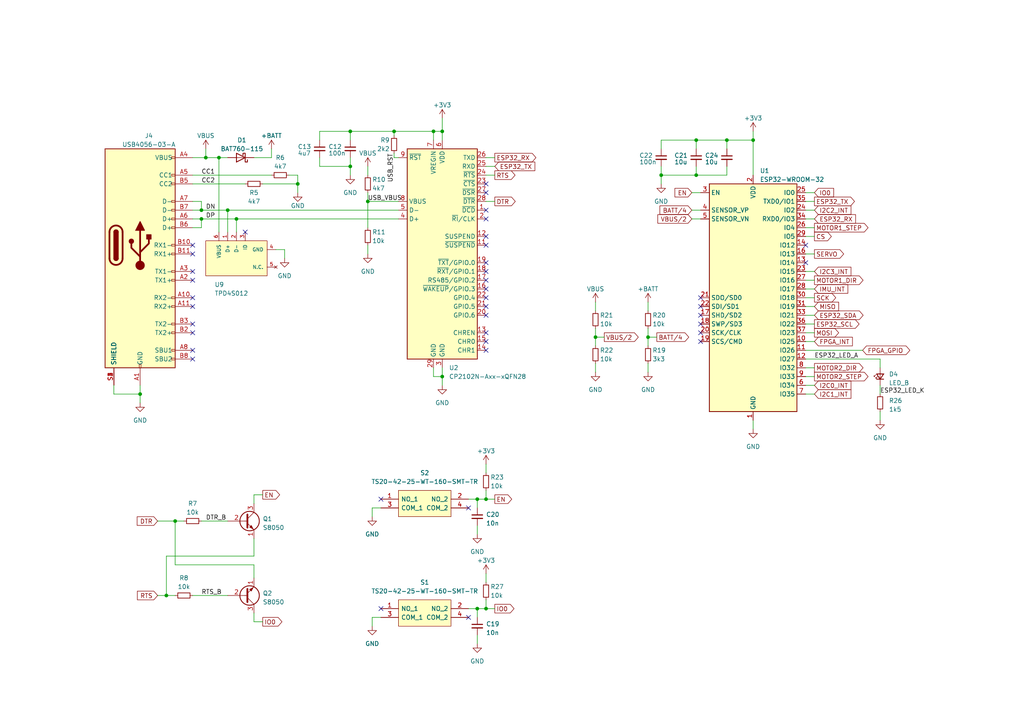
<source format=kicad_sch>
(kicad_sch (version 20230121) (generator eeschema)
  (paper "A4")
  (lib_symbols
    (symbol "Device:C_Small" (pin_numbers hide) (pin_names (offset 0.254) hide)
      (property "Reference" "C" (at 0.254 1.778 0))
      (property "Value" "C_Small" (at 0.254 -2.032 0))
      (symbol "C_Small_1_1"
        (pin passive line (at 0 2.54 270) (length 2.032) (name "~") (number "1"))
        (pin passive line (at 0 -2.54 90) (length 2.032) (name "~") (number "2"))
      )
    )
    (symbol "Device:D_Schottky" (pin_numbers hide) (pin_names (offset 1.016) hide)
      (property "Reference" "D" (at 0 2.54 0))
      (property "Value" "D_Schottky" (at 0 -2.54 0))
      (symbol "D_Schottky_1_1"
        (pin passive line (at -3.81 0 0) (length 2.54) (name "K") (number "1"))
        (pin passive line (at 3.81 0 180) (length 2.54) (name "A") (number "2"))
      )
    )
    (symbol "Device:LED_Small" (pin_numbers hide) (pin_names (offset 0.254) hide)
      (property "Reference" "D" (at -1.27 3.175 0))
      (property "Value" "LED_Small" (at -4.445 -2.54 0))
      (symbol "LED_Small_1_1"
        (pin passive line (at -2.54 0 0) (length 1.778) (name "K") (number "1"))
        (pin passive line (at 2.54 0 180) (length 1.778) (name "A") (number "2"))
      )
    )
    (symbol "Device:R_Small" (pin_numbers hide) (pin_names (offset 0.254) hide)
      (property "Reference" "R" (at 0.762 0.508 0))
      (property "Value" "R_Small" (at 0.762 -1.016 0))
      (symbol "R_Small_1_1"
        (pin passive line (at 0 2.54 270) (length 0.762) (name "~") (number "1"))
        (pin passive line (at 0 -2.54 90) (length 0.762) (name "~") (number "2"))
      )
    )
    (symbol "Interface_USB:CP2102N-Axx-xQFN28"
      (property "Reference" "U2" (at 1.9559 -33.02 0))
      (property "Value" "CP2102N-Axx-xQFN28" (at 1.9559 -35.56 0))
      (symbol "CP2102N-Axx-xQFN28_1_1"
        (pin input line (at 12.7 12.7 180) (length 2.54) (name "~{DCD}") (number "1"))
        (pin no_connect line (at -10.16 -27.94 0) (length 2.54) hide (name "NC") (number "10"))
        (pin output line (at 12.7 2.54 180) (length 2.54) (name "~{SUSPEND}") (number "11"))
        (pin output line (at 12.7 5.08 180) (length 2.54) (name "SUSPEND") (number "12"))
        (pin output line (at 12.7 -22.86 180) (length 2.54) (name "CHREN") (number "13"))
        (pin output line (at 12.7 -27.94 180) (length 2.54) (name "CHR1") (number "14"))
        (pin output line (at 12.7 -25.4 180) (length 2.54) (name "CHR0") (number "15"))
        (pin bidirectional line (at 12.7 -10.16 180) (length 2.54) (name "~{WAKEUP}/GPIO.3") (number "16"))
        (pin bidirectional line (at 12.7 -7.62 180) (length 2.54) (name "RS485/GPIO.2") (number "17"))
        (pin bidirectional line (at 12.7 -5.08 180) (length 2.54) (name "~{RXT}/GPIO.1") (number "18"))
        (pin bidirectional line (at 12.7 -2.54 180) (length 2.54) (name "~{TXT}/GPIO.0") (number "19"))
        (pin bidirectional line (at 12.7 10.16 180) (length 2.54) (name "~{RI}/CLK") (number "2"))
        (pin bidirectional line (at 12.7 -17.78 180) (length 2.54) (name "GPIO.6") (number "20"))
        (pin bidirectional line (at 12.7 -15.24 180) (length 2.54) (name "GPIO.5") (number "21"))
        (pin bidirectional line (at 12.7 -12.7 180) (length 2.54) (name "GPIO.4") (number "22"))
        (pin input line (at 12.7 20.32 180) (length 2.54) (name "~{CTS}") (number "23"))
        (pin output line (at 12.7 22.86 180) (length 2.54) (name "~{RTS}") (number "24"))
        (pin input line (at 12.7 25.4 180) (length 2.54) (name "RXD") (number "25"))
        (pin output line (at 12.7 27.94 180) (length 2.54) (name "TXD") (number "26"))
        (pin input line (at 12.7 17.78 180) (length 2.54) (name "~{DSR}") (number "27"))
        (pin output line (at 12.7 15.24 180) (length 2.54) (name "~{DTR}") (number "28"))
        (pin passive line (at -2.54 -33.02 90) (length 2.54) (name "GND") (number "29"))
        (pin power_in line (at 0 -33.02 90) (length 2.54) (name "GND") (number "3"))
        (pin bidirectional line (at -12.7 10.16 0) (length 2.54) (name "D+") (number "4"))
        (pin bidirectional line (at -12.7 12.7 0) (length 2.54) (name "D-") (number "5"))
        (pin power_in line (at 0 33.02 270) (length 2.54) (name "VDD") (number "6"))
        (pin power_in line (at -2.54 33.02 270) (length 2.54) (name "VREGIN") (number "7"))
        (pin input line (at -12.7 15.24 0) (length 2.54) (name "VBUS") (number "8"))
        (pin input line (at -12.7 27.94 0) (length 2.54) (name "~{RST}") (number "9"))
      )
    )
    (symbol "RF_Module:ESP32-WROOM-32"
      (property "Reference" "U" (at -12.7 34.29 0))
      (property "Value" "ESP32-WROOM-32" (at 1.27 34.29 0))
      (symbol "ESP32-WROOM-32_1_1"
        (pin power_in line (at 0 -35.56 90) (length 2.54) (name "GND") (number "1"))
        (pin bidirectional line (at 15.24 -12.7 180) (length 2.54) (name "IO25") (number "10"))
        (pin bidirectional line (at 15.24 -15.24 180) (length 2.54) (name "IO26") (number "11"))
        (pin bidirectional line (at 15.24 -17.78 180) (length 2.54) (name "IO27") (number "12"))
        (pin bidirectional line (at 15.24 10.16 180) (length 2.54) (name "IO14") (number "13"))
        (pin bidirectional line (at 15.24 15.24 180) (length 2.54) (name "IO12") (number "14"))
        (pin passive line (at 0 -35.56 90) (length 2.54) hide (name "GND") (number "15"))
        (pin bidirectional line (at 15.24 12.7 180) (length 2.54) (name "IO13") (number "16"))
        (pin bidirectional line (at -15.24 -5.08 0) (length 2.54) (name "SHD/SD2") (number "17"))
        (pin bidirectional line (at -15.24 -7.62 0) (length 2.54) (name "SWP/SD3") (number "18"))
        (pin bidirectional line (at -15.24 -12.7 0) (length 2.54) (name "SCS/CMD") (number "19"))
        (pin power_in line (at 0 35.56 270) (length 2.54) (name "VDD") (number "2"))
        (pin bidirectional line (at -15.24 -10.16 0) (length 2.54) (name "SCK/CLK") (number "20"))
        (pin bidirectional line (at -15.24 0 0) (length 2.54) (name "SDO/SD0") (number "21"))
        (pin bidirectional line (at -15.24 -2.54 0) (length 2.54) (name "SDI/SD1") (number "22"))
        (pin bidirectional line (at 15.24 7.62 180) (length 2.54) (name "IO15") (number "23"))
        (pin bidirectional line (at 15.24 25.4 180) (length 2.54) (name "IO2") (number "24"))
        (pin bidirectional line (at 15.24 30.48 180) (length 2.54) (name "IO0") (number "25"))
        (pin bidirectional line (at 15.24 20.32 180) (length 2.54) (name "IO4") (number "26"))
        (pin bidirectional line (at 15.24 5.08 180) (length 2.54) (name "IO16") (number "27"))
        (pin bidirectional line (at 15.24 2.54 180) (length 2.54) (name "IO17") (number "28"))
        (pin bidirectional line (at 15.24 17.78 180) (length 2.54) (name "IO5") (number "29"))
        (pin input line (at -15.24 30.48 0) (length 2.54) (name "EN") (number "3"))
        (pin bidirectional line (at 15.24 0 180) (length 2.54) (name "IO18") (number "30"))
        (pin bidirectional line (at 15.24 -2.54 180) (length 2.54) (name "IO19") (number "31"))
        (pin no_connect line (at -12.7 -27.94 0) (length 2.54) hide (name "NC") (number "32"))
        (pin bidirectional line (at 15.24 -5.08 180) (length 2.54) (name "IO21") (number "33"))
        (pin bidirectional line (at 15.24 22.86 180) (length 2.54) (name "RXD0/IO3") (number "34"))
        (pin bidirectional line (at 15.24 27.94 180) (length 2.54) (name "TXD0/IO1") (number "35"))
        (pin bidirectional line (at 15.24 -7.62 180) (length 2.54) (name "IO22") (number "36"))
        (pin bidirectional line (at 15.24 -10.16 180) (length 2.54) (name "IO23") (number "37"))
        (pin passive line (at 0 -35.56 90) (length 2.54) hide (name "GND") (number "38"))
        (pin passive line (at 0 -35.56 90) (length 2.54) hide (name "GND") (number "39"))
        (pin input line (at -15.24 25.4 0) (length 2.54) (name "SENSOR_VP") (number "4"))
        (pin input line (at -15.24 22.86 0) (length 2.54) (name "SENSOR_VN") (number "5"))
        (pin input line (at 15.24 -25.4 180) (length 2.54) (name "IO34") (number "6"))
        (pin input line (at 15.24 -27.94 180) (length 2.54) (name "IO35") (number "7"))
        (pin bidirectional line (at 15.24 -20.32 180) (length 2.54) (name "IO32") (number "8"))
        (pin bidirectional line (at 15.24 -22.86 180) (length 2.54) (name "IO33") (number "9"))
      )
    )
    (symbol "TPD4S012:TPD4S012" (pin_names (offset 1.016))
      (property "Reference" "U" (at 1.27 -8.89 0))
      (property "Value" "TPD4S012" (at 1.27 -11.43 0))
      (symbol "TPD4S012_0_0"
        (pin bidirectional line (at -2.54 7.62 270) (length 2.54) (name "D+") (number "1"))
        (pin bidirectional line (at 0 7.62 270) (length 2.54) (name "D-") (number "2"))
        (pin bidirectional line (at 2.54 7.62 270) (length 2.54) (name "ID") (number "3"))
        (pin power_in line (at 11.43 2.54 180) (length 2.54) (name "GND") (number "4"))
        (pin no_connect line (at 11.43 -2.54 180) (length 2.54) (name "N.C.") (number "5"))
        (pin bidirectional line (at -5.08 7.62 270) (length 2.54) (name "VBUS") (number "6"))
      )
    )
    (symbol "TS20-42-25-WT-160-SMT-TR:TS20-42-25-WT-160-SMT-TR" (pin_names (offset 0.762))
      (property "Reference" "S" (at 26.67 7.62 0))
      (property "Value" "TS20-42-25-WT-160-SMT-TR" (at 26.67 5.08 0))
      (symbol "TS20-42-25-WT-160-SMT-TR_0_0"
        (pin passive line (at 5.08 0 0) (length 5.08) (name "NO_1") (number "1"))
        (pin passive line (at 30.48 0 180) (length 5.08) (name "NO_2") (number "2"))
        (pin passive line (at 5.08 -2.54 0) (length 5.08) (name "COM_1") (number "3"))
        (pin passive line (at 30.48 -2.54 180) (length 5.08) (name "COM_2") (number "4"))
      )
    )
    (symbol "Transistor_BJT:S8050" (pin_names (offset 0) hide)
      (property "Reference" "Q" (at 5.08 1.905 0))
      (property "Value" "S8050" (at 5.08 0 0))
      (symbol "S8050_1_1"
        (pin passive line (at 2.54 -5.08 90) (length 2.54) (name "E") (number "1"))
        (pin input line (at -5.08 0 0) (length 5.08) (name "B") (number "2"))
        (pin passive line (at 2.54 5.08 270) (length 2.54) (name "C") (number "3"))
      )
    )
    (symbol "USB4056-03-A:USB4056-03-A" (pin_names (offset 0.762))
      (property "Reference" "J" (at -8.89 36.195 0))
      (property "Value" "USB4056-03-A" (at -8.89 33.655 0))
      (symbol "USB4056-03-A_1_1"
        (pin passive line (at -1.27 -36.83 90) (length 5.08) (name "GND") (number "A1"))
        (pin bidirectional line (at 13.97 -11.43 180) (length 5.08) (name "RX2-") (number "A10"))
        (pin bidirectional line (at 13.97 -13.97 180) (length 5.08) (name "RX2+") (number "A11"))
        (pin passive line (at -1.27 -36.83 90) (length 5.08) hide (name "GND") (number "A12"))
        (pin bidirectional line (at 13.97 -6.35 180) (length 5.08) (name "TX1+") (number "A2"))
        (pin bidirectional line (at 13.97 -3.81 180) (length 5.08) (name "TX1-") (number "A3"))
        (pin passive line (at 13.97 29.21 180) (length 5.08) (name "VBUS") (number "A4"))
        (pin bidirectional line (at 13.97 24.13 180) (length 5.08) (name "CC1") (number "A5"))
        (pin bidirectional line (at 13.97 11.43 180) (length 5.08) (name "D+") (number "A6"))
        (pin bidirectional line (at 13.97 16.51 180) (length 5.08) (name "D-") (number "A7"))
        (pin bidirectional line (at 13.97 -26.67 180) (length 5.08) (name "SBU1") (number "A8"))
        (pin passive line (at 13.97 29.21 180) (length 5.08) hide (name "VBUS") (number "A9"))
        (pin passive line (at -1.27 -36.83 90) (length 5.08) hide (name "GND") (number "B1"))
        (pin bidirectional line (at 13.97 3.81 180) (length 5.08) (name "RX1-") (number "B10"))
        (pin bidirectional line (at 13.97 1.27 180) (length 5.08) (name "RX1+") (number "B11"))
        (pin passive line (at -1.27 -36.83 90) (length 5.08) hide (name "GND") (number "B12"))
        (pin bidirectional line (at 13.97 -21.59 180) (length 5.08) (name "TX2+") (number "B2"))
        (pin bidirectional line (at 13.97 -19.05 180) (length 5.08) (name "TX2-") (number "B3"))
        (pin passive line (at 13.97 29.21 180) (length 5.08) hide (name "VBUS") (number "B4"))
        (pin bidirectional line (at 13.97 21.59 180) (length 5.08) (name "CC2") (number "B5"))
        (pin bidirectional line (at 13.97 8.89 180) (length 5.08) (name "D+") (number "B6"))
        (pin bidirectional line (at 13.97 13.97 180) (length 5.08) (name "D-") (number "B7"))
        (pin bidirectional line (at 13.97 -29.21 180) (length 5.08) (name "SBU2") (number "B8"))
        (pin passive line (at 13.97 29.21 180) (length 5.08) hide (name "VBUS") (number "B9"))
        (pin passive line (at -8.89 -36.83 90) (length 5.08) (name "SHIELD") (number "S1"))
        (pin passive line (at -8.89 -36.83 90) (length 5.08) (name "SHIELD") (number "S2"))
        (pin passive line (at -8.89 -36.83 90) (length 5.08) (name "SHIELD") (number "S3"))
        (pin passive line (at -8.89 -36.83 90) (length 5.08) (name "SHIELD") (number "S4"))
      )
    )
    (symbol "power:+3V3" (power) (pin_names (offset 0))
      (property "Value" "+3V3" (at 0 3.556 0))
      (symbol "+3V3_1_1"
        (pin power_in line (at 0 0 90) (length 0) hide (name "+3V3") (number "1"))
      )
    )
    (symbol "power:+BATT" (power) (pin_names (offset 0))
      (property "Value" "+BATT" (at 0 3.556 0))
      (symbol "+BATT_1_1"
        (pin power_in line (at 0 0 90) (length 0) hide (name "+BATT") (number "1"))
      )
    )
    (symbol "power:GND" (power) (pin_names (offset 0))
      (property "Value" "GND" (at 0 -3.81 0))
      (symbol "GND_1_1"
        (pin power_in line (at 0 0 270) (length 0) hide (name "GND") (number "1"))
      )
    )
    (symbol "power:VBUS" (power) (pin_names (offset 0))
      (property "Value" "VBUS" (at 0 3.81 0))
      (symbol "VBUS_1_1"
        (pin power_in line (at 0 0 90) (length 0) hide (name "VBUS") (number "1"))
      )
    )
  )
  (junction (at 125.73 38.1))
  (junction (at 140.97 144.78))
  (junction (at 86.36 53.34))
  (junction (at 201.93 40.64))
  (junction (at 58.42 60.96))
  (junction (at 63.5 45.72))
  (junction (at 191.77 50.8))
  (junction (at 128.27 38.1))
  (junction (at 218.44 40.64))
  (junction (at 101.6 38.1))
  (junction (at 50.8 151.13))
  (junction (at 68.58 63.5))
  (junction (at 106.68 58.42))
  (junction (at 114.3 38.1))
  (junction (at 40.64 114.3))
  (junction (at 128.27 109.22))
  (junction (at 58.42 63.5))
  (junction (at 138.43 144.78))
  (junction (at 187.96 97.79))
  (junction (at 172.72 97.79))
  (junction (at 48.26 172.72))
  (junction (at 101.6 48.26))
  (junction (at 66.04 60.96))
  (junction (at 59.69 45.72))
  (junction (at 140.97 176.53))
  (junction (at 138.43 176.53))
  (junction (at 210.82 40.64))
  (junction (at 201.93 50.8))
  (no_connect (at 55.88 93.98))
  (no_connect (at 140.97 78.74))
  (no_connect (at 140.97 71.12))
  (no_connect (at 233.68 71.12))
  (no_connect (at 203.2 99.06))
  (no_connect (at 140.97 60.96))
  (no_connect (at 140.97 91.44))
  (no_connect (at 55.88 104.14))
  (no_connect (at 110.49 144.78))
  (no_connect (at 140.97 63.5))
  (no_connect (at 233.68 76.2))
  (no_connect (at 55.88 96.52))
  (no_connect (at 55.88 88.9))
  (no_connect (at 55.88 101.6))
  (no_connect (at 135.89 179.07))
  (no_connect (at 55.88 78.74))
  (no_connect (at 203.2 91.44))
  (no_connect (at 203.2 93.98))
  (no_connect (at 55.88 73.66))
  (no_connect (at 55.88 86.36))
  (no_connect (at 140.97 83.82))
  (no_connect (at 203.2 86.36))
  (no_connect (at 203.2 88.9))
  (no_connect (at 140.97 76.2))
  (no_connect (at 110.49 176.53))
  (no_connect (at 140.97 96.52))
  (no_connect (at 203.2 96.52))
  (no_connect (at 140.97 81.28))
  (no_connect (at 140.97 99.06))
  (no_connect (at 140.97 53.34))
  (no_connect (at 135.89 147.32))
  (no_connect (at 140.97 68.58))
  (no_connect (at 55.88 71.12))
  (no_connect (at 71.12 67.31))
  (no_connect (at 55.88 81.28))
  (no_connect (at 140.97 55.88))
  (no_connect (at 140.97 101.6))
  (no_connect (at 140.97 86.36))
  (no_connect (at 140.97 88.9))
  (wire (pts (xy 66.04 45.72) (xy 63.5 45.72)))
  (wire (pts (xy 45.72 172.72) (xy 48.26 172.72)))
  (wire (pts (xy 114.3 45.72) (xy 115.57 45.72)))
  (wire (pts (xy 66.04 60.96) (xy 66.04 67.31)))
  (wire (pts (xy 106.68 58.42) (xy 106.68 55.88)))
  (wire (pts (xy 191.77 40.64) (xy 201.93 40.64)))
  (wire (pts (xy 210.82 40.64) (xy 218.44 40.64)))
  (wire (pts (xy 236.22 58.42) (xy 233.68 58.42)))
  (wire (pts (xy 172.72 87.63) (xy 172.72 90.17)))
  (wire (pts (xy 201.93 40.64) (xy 210.82 40.64)))
  (wire (pts (xy 191.77 50.8) (xy 191.77 53.34)))
  (wire (pts (xy 73.66 180.34) (xy 73.66 177.8)))
  (wire (pts (xy 107.95 147.32) (xy 110.49 147.32)))
  (wire (pts (xy 236.22 68.58) (xy 233.68 68.58)))
  (wire (pts (xy 200.66 60.96) (xy 203.2 60.96)))
  (wire (pts (xy 58.42 60.96) (xy 66.04 60.96)))
  (wire (pts (xy 135.89 144.78) (xy 138.43 144.78)))
  (wire (pts (xy 55.88 66.04) (xy 58.42 66.04)))
  (wire (pts (xy 201.93 48.26) (xy 201.93 50.8)))
  (wire (pts (xy 86.36 50.8) (xy 86.36 53.34)))
  (wire (pts (xy 187.96 107.95) (xy 187.96 105.41)))
  (wire (pts (xy 63.5 67.31) (xy 63.5 45.72)))
  (wire (pts (xy 236.22 109.22) (xy 233.68 109.22)))
  (wire (pts (xy 73.66 167.64) (xy 73.66 163.83)))
  (wire (pts (xy 68.58 63.5) (xy 115.57 63.5)))
  (wire (pts (xy 128.27 111.76) (xy 128.27 109.22)))
  (wire (pts (xy 107.95 179.07) (xy 110.49 179.07)))
  (wire (pts (xy 187.96 97.79) (xy 190.5 97.79)))
  (wire (pts (xy 140.97 166.37) (xy 140.97 168.91)))
  (wire (pts (xy 58.42 63.5) (xy 58.42 66.04)))
  (wire (pts (xy 140.97 176.53) (xy 143.51 176.53)))
  (wire (pts (xy 50.8 151.13) (xy 53.34 151.13)))
  (wire (pts (xy 82.55 74.93) (xy 82.55 72.39)))
  (wire (pts (xy 106.68 58.42) (xy 106.68 66.04)))
  (wire (pts (xy 187.96 87.63) (xy 187.96 90.17)))
  (wire (pts (xy 172.72 107.95) (xy 172.72 105.41)))
  (wire (pts (xy 187.96 97.79) (xy 187.96 100.33)))
  (wire (pts (xy 236.22 86.36) (xy 233.68 86.36)))
  (wire (pts (xy 78.74 45.72) (xy 73.66 45.72)))
  (wire (pts (xy 236.22 83.82) (xy 233.68 83.82)))
  (wire (pts (xy 101.6 38.1) (xy 114.3 38.1)))
  (wire (pts (xy 76.2 143.51) (xy 73.66 143.51)))
  (wire (pts (xy 172.72 97.79) (xy 172.72 100.33)))
  (wire (pts (xy 236.22 96.52) (xy 233.68 96.52)))
  (wire (pts (xy 106.68 73.66) (xy 106.68 71.12)))
  (wire (pts (xy 125.73 109.22) (xy 128.27 109.22)))
  (wire (pts (xy 59.69 45.72) (xy 59.69 43.18)))
  (wire (pts (xy 210.82 40.64) (xy 210.82 43.18)))
  (wire (pts (xy 236.22 111.76) (xy 233.68 111.76)))
  (wire (pts (xy 138.43 176.53) (xy 138.43 179.07)))
  (wire (pts (xy 58.42 63.5) (xy 68.58 63.5)))
  (wire (pts (xy 106.68 48.26) (xy 106.68 50.8)))
  (wire (pts (xy 218.44 40.64) (xy 218.44 50.8)))
  (wire (pts (xy 138.43 144.78) (xy 140.97 144.78)))
  (wire (pts (xy 50.8 151.13) (xy 50.8 163.83)))
  (wire (pts (xy 128.27 38.1) (xy 128.27 40.64)))
  (wire (pts (xy 140.97 173.99) (xy 140.97 176.53)))
  (wire (pts (xy 73.66 156.21) (xy 73.66 161.29)))
  (wire (pts (xy 40.64 114.3) (xy 33.02 114.3)))
  (wire (pts (xy 125.73 40.64) (xy 125.73 38.1)))
  (wire (pts (xy 135.89 176.53) (xy 138.43 176.53)))
  (wire (pts (xy 125.73 38.1) (xy 114.3 38.1)))
  (wire (pts (xy 107.95 181.61) (xy 107.95 179.07)))
  (wire (pts (xy 80.01 72.39) (xy 82.55 72.39)))
  (wire (pts (xy 76.2 180.34) (xy 73.66 180.34)))
  (wire (pts (xy 48.26 172.72) (xy 50.8 172.72)))
  (wire (pts (xy 200.66 55.88) (xy 203.2 55.88)))
  (wire (pts (xy 73.66 143.51) (xy 73.66 146.05)))
  (wire (pts (xy 218.44 38.1) (xy 218.44 40.64)))
  (wire (pts (xy 138.43 152.4) (xy 138.43 154.94)))
  (wire (pts (xy 40.64 116.84) (xy 40.64 114.3)))
  (wire (pts (xy 236.22 114.3) (xy 233.68 114.3)))
  (wire (pts (xy 138.43 176.53) (xy 140.97 176.53)))
  (wire (pts (xy 143.51 48.26) (xy 140.97 48.26)))
  (wire (pts (xy 92.71 48.26) (xy 101.6 48.26)))
  (wire (pts (xy 73.66 163.83) (xy 50.8 163.83)))
  (wire (pts (xy 236.22 78.74) (xy 233.68 78.74)))
  (wire (pts (xy 55.88 58.42) (xy 58.42 58.42)))
  (wire (pts (xy 236.22 88.9) (xy 233.68 88.9)))
  (wire (pts (xy 125.73 38.1) (xy 128.27 38.1)))
  (wire (pts (xy 58.42 151.13) (xy 66.04 151.13)))
  (wire (pts (xy 236.22 63.5) (xy 233.68 63.5)))
  (wire (pts (xy 233.68 101.6) (xy 250.19 101.6)))
  (wire (pts (xy 191.77 43.18) (xy 191.77 40.64)))
  (wire (pts (xy 48.26 161.29) (xy 48.26 172.72)))
  (wire (pts (xy 33.02 114.3) (xy 33.02 111.76)))
  (wire (pts (xy 140.97 142.24) (xy 140.97 144.78)))
  (wire (pts (xy 218.44 124.46) (xy 218.44 121.92)))
  (wire (pts (xy 255.27 106.68) (xy 255.27 104.14)))
  (wire (pts (xy 101.6 48.26) (xy 101.6 45.72)))
  (wire (pts (xy 210.82 50.8) (xy 210.82 48.26)))
  (wire (pts (xy 45.72 151.13) (xy 50.8 151.13)))
  (wire (pts (xy 191.77 48.26) (xy 191.77 50.8)))
  (wire (pts (xy 73.66 161.29) (xy 48.26 161.29)))
  (wire (pts (xy 101.6 50.8) (xy 101.6 48.26)))
  (wire (pts (xy 114.3 44.45) (xy 114.3 45.72)))
  (wire (pts (xy 200.66 63.5) (xy 203.2 63.5)))
  (wire (pts (xy 78.74 43.18) (xy 78.74 45.72)))
  (wire (pts (xy 107.95 149.86) (xy 107.95 147.32)))
  (wire (pts (xy 143.51 45.72) (xy 140.97 45.72)))
  (wire (pts (xy 236.22 55.88) (xy 233.68 55.88)))
  (wire (pts (xy 236.22 60.96) (xy 233.68 60.96)))
  (wire (pts (xy 55.88 63.5) (xy 58.42 63.5)))
  (wire (pts (xy 66.04 60.96) (xy 115.57 60.96)))
  (wire (pts (xy 59.69 45.72) (xy 63.5 45.72)))
  (wire (pts (xy 201.93 50.8) (xy 191.77 50.8)))
  (wire (pts (xy 236.22 66.04) (xy 233.68 66.04)))
  (wire (pts (xy 138.43 184.15) (xy 138.43 186.69)))
  (wire (pts (xy 114.3 38.1) (xy 114.3 39.37)))
  (wire (pts (xy 236.22 73.66) (xy 233.68 73.66)))
  (wire (pts (xy 92.71 40.64) (xy 92.71 38.1)))
  (wire (pts (xy 201.93 50.8) (xy 210.82 50.8)))
  (wire (pts (xy 187.96 95.25) (xy 187.96 97.79)))
  (wire (pts (xy 140.97 144.78) (xy 143.51 144.78)))
  (wire (pts (xy 143.51 50.8) (xy 140.97 50.8)))
  (wire (pts (xy 55.88 50.8) (xy 78.74 50.8)))
  (wire (pts (xy 68.58 63.5) (xy 68.58 67.31)))
  (wire (pts (xy 101.6 38.1) (xy 101.6 40.64)))
  (wire (pts (xy 236.22 93.98) (xy 233.68 93.98)))
  (wire (pts (xy 255.27 121.92) (xy 255.27 119.38)))
  (wire (pts (xy 138.43 144.78) (xy 138.43 147.32)))
  (wire (pts (xy 92.71 38.1) (xy 101.6 38.1)))
  (wire (pts (xy 128.27 34.29) (xy 128.27 38.1)))
  (wire (pts (xy 172.72 95.25) (xy 172.72 97.79)))
  (wire (pts (xy 128.27 106.68) (xy 128.27 109.22)))
  (wire (pts (xy 125.73 106.68) (xy 125.73 109.22)))
  (wire (pts (xy 58.42 58.42) (xy 58.42 60.96)))
  (wire (pts (xy 236.22 106.68) (xy 233.68 106.68)))
  (wire (pts (xy 55.88 53.34) (xy 71.12 53.34)))
  (wire (pts (xy 106.68 58.42) (xy 115.57 58.42)))
  (wire (pts (xy 86.36 55.88) (xy 86.36 53.34)))
  (wire (pts (xy 55.88 45.72) (xy 59.69 45.72)))
  (wire (pts (xy 140.97 134.62) (xy 140.97 137.16)))
  (wire (pts (xy 201.93 43.18) (xy 201.93 40.64)))
  (wire (pts (xy 92.71 45.72) (xy 92.71 48.26)))
  (wire (pts (xy 143.51 58.42) (xy 140.97 58.42)))
  (wire (pts (xy 255.27 111.76) (xy 255.27 114.3)))
  (wire (pts (xy 55.88 172.72) (xy 66.04 172.72)))
  (wire (pts (xy 172.72 97.79) (xy 175.26 97.79)))
  (wire (pts (xy 83.82 50.8) (xy 86.36 50.8)))
  (wire (pts (xy 236.22 81.28) (xy 233.68 81.28)))
  (wire (pts (xy 55.88 60.96) (xy 58.42 60.96)))
  (wire (pts (xy 255.27 104.14) (xy 233.68 104.14)))
  (wire (pts (xy 236.22 91.44) (xy 233.68 91.44)))
  (wire (pts (xy 86.36 53.34) (xy 76.2 53.34)))
  (wire (pts (xy 40.64 111.76) (xy 40.64 114.3)))
  (wire (pts (xy 233.68 99.06) (xy 236.22 99.06)))
  (label "DN" (at 59.69 60.96 0))
  (label "CC2" (at 58.42 53.34 0))
  (label "DTR_B" (at 59.69 151.13 0))
  (label "ESP32_LED_A" (at 236.22 104.14 0))
  (label "ESP32_LED_K" (at 255.27 114.3 0))
  (label "RTS_B" (at 58.42 172.72 0))
  (label "USB_RST" (at 114.3 44.45 270))
  (label "CC1" (at 58.42 50.8 0))
  (label "USB_VBUS" (at 106.68 58.42 0))
  (label "DP" (at 59.69 63.5 0))
  (global_label "IMU_INT" (shape input) (at 236.22 83.82 0) (property "Intersheetrefs" "${INTERSHEET_REFS}" (effects hide)))
  (global_label "IO0" (shape output) (at 143.51 176.53 0) (property "Intersheetrefs" "${INTERSHEET_REFS}" (effects hide)))
  (global_label "I2C2_INT" (shape input) (at 236.22 60.96 0) (property "Intersheetrefs" "${INTERSHEET_REFS}" (effects hide)))
  (global_label "FPGA_INT" (shape input) (at 236.22 99.06 0) (property "Intersheetrefs" "${INTERSHEET_REFS}" (effects hide)))
  (global_label "ESP32_TX" (shape input) (at 143.51 48.26 0) (property "Intersheetrefs" "${INTERSHEET_REFS}" (effects hide)))
  (global_label "MISO" (shape input) (at 236.22 88.9 0) (property "Intersheetrefs" "${INTERSHEET_REFS}" (effects hide)))
  (global_label "SERVO" (shape output) (at 236.22 73.66 0) (property "Intersheetrefs" "${INTERSHEET_REFS}" (effects hide)))
  (global_label "MOTOR1_DIR" (shape output) (at 236.22 81.28 0) (property "Intersheetrefs" "${INTERSHEET_REFS}" (effects hide)))
  (global_label "EN" (shape input) (at 200.66 55.88 180) (property "Intersheetrefs" "${INTERSHEET_REFS}" (effects hide)))
  (global_label "VBUS{slash}2" (shape output) (at 175.26 97.79 0) (property "Intersheetrefs" "${INTERSHEET_REFS}" (effects hide)))
  (global_label "ESP32_RX" (shape input) (at 236.22 63.5 0) (property "Intersheetrefs" "${INTERSHEET_REFS}" (effects hide)))
  (global_label "ESP32_RX" (shape output) (at 143.51 45.72 0) (property "Intersheetrefs" "${INTERSHEET_REFS}" (effects hide)))
  (global_label "ESP32_SDA" (shape bidirectional) (at 236.22 91.44 0) (property "Intersheetrefs" "${INTERSHEET_REFS}" (effects hide)))
  (global_label "I2C3_INT" (shape input) (at 236.22 78.74 0) (property "Intersheetrefs" "${INTERSHEET_REFS}" (effects hide)))
  (global_label "IO0" (shape output) (at 76.2 180.34 0) (property "Intersheetrefs" "${INTERSHEET_REFS}" (effects hide)))
  (global_label "VBUS{slash}2" (shape input) (at 200.66 63.5 180) (property "Intersheetrefs" "${INTERSHEET_REFS}" (effects hide)))
  (global_label "I2C0_INT" (shape input) (at 236.22 111.76 0) (property "Intersheetrefs" "${INTERSHEET_REFS}" (effects hide)))
  (global_label "EN" (shape output) (at 143.51 144.78 0) (property "Intersheetrefs" "${INTERSHEET_REFS}" (effects hide)))
  (global_label "EN" (shape output) (at 76.2 143.51 0) (property "Intersheetrefs" "${INTERSHEET_REFS}" (effects hide)))
  (global_label "MOTOR2_DIR" (shape output) (at 236.22 106.68 0) (property "Intersheetrefs" "${INTERSHEET_REFS}" (effects hide)))
  (global_label "FPGA_GPIO" (shape bidirectional) (at 250.19 101.6 0) (property "Intersheetrefs" "${INTERSHEET_REFS}" (effects hide)))
  (global_label "BATT{slash}4" (shape input) (at 200.66 60.96 180) (property "Intersheetrefs" "${INTERSHEET_REFS}" (effects hide)))
  (global_label "SCK" (shape output) (at 236.22 86.36 0) (property "Intersheetrefs" "${INTERSHEET_REFS}" (effects hide)))
  (global_label "IO0" (shape input) (at 236.22 55.88 0) (property "Intersheetrefs" "${INTERSHEET_REFS}" (effects hide)))
  (global_label "DTR" (shape output) (at 143.51 58.42 0) (property "Intersheetrefs" "${INTERSHEET_REFS}" (effects hide)))
  (global_label "MOTOR1_STEP" (shape output) (at 236.22 66.04 0) (property "Intersheetrefs" "${INTERSHEET_REFS}" (effects hide)))
  (global_label "I2C1_INT" (shape input) (at 236.22 114.3 0) (property "Intersheetrefs" "${INTERSHEET_REFS}" (effects hide)))
  (global_label "BATT{slash}4" (shape output) (at 190.5 97.79 0) (property "Intersheetrefs" "${INTERSHEET_REFS}" (effects hide)))
  (global_label "CS" (shape output) (at 236.22 68.58 0) (property "Intersheetrefs" "${INTERSHEET_REFS}" (effects hide)))
  (global_label "DTR" (shape input) (at 45.72 151.13 180) (property "Intersheetrefs" "${INTERSHEET_REFS}" (effects hide)))
  (global_label "MOTOR2_STEP" (shape output) (at 236.22 109.22 0) (property "Intersheetrefs" "${INTERSHEET_REFS}" (effects hide)))
  (global_label "ESP32_TX" (shape output) (at 236.22 58.42 0) (property "Intersheetrefs" "${INTERSHEET_REFS}" (effects hide)))
  (global_label "MOSI" (shape output) (at 236.22 96.52 0) (property "Intersheetrefs" "${INTERSHEET_REFS}" (effects hide)))
  (global_label "RTS" (shape input) (at 45.72 172.72 180) (property "Intersheetrefs" "${INTERSHEET_REFS}" (effects hide)))
  (global_label "RTS" (shape output) (at 143.51 50.8 0) (property "Intersheetrefs" "${INTERSHEET_REFS}" (effects hide)))
  (global_label "ESP32_SCL" (shape output) (at 236.22 93.98 0) (property "Intersheetrefs" "${INTERSHEET_REFS}" (effects hide)))
  (symbol (lib_id "Device:D_Schottky") (at 69.85 45.72 180) (unit 1)
    (property "Reference" "D1" (at 70.1675 40.64 0))
    (property "Value" "BAT760-115" (at 70.1675 43.18 0))
    (property "Footprint" "Diode_SMD:D_SOD-323" (effects hide))
    (instances (project "DE10-lite_shield" (path "" (reference "D1") (unit 1)) (path "" (reference "D1") (unit 1)) (path "" (reference "D6") (unit 1)) (path "" (reference "D1") (unit 1))))
  )
  (symbol (lib_id "power:VBUS") (at 172.72 87.63 0) (unit 1)
    (property "Reference" "#PWR063" (effects hide))
    (property "Value" "VBUS" (at 172.72 83.82 0))
    (instances (project "DE10-lite_shield" (path "" (reference "#PWR063") (unit 1)) (path "" (reference "#PWR02") (unit 1)) (path "" (reference "#PWR090") (unit 1)) (path "" (reference "#PWR075") (unit 1))))
  )
  (symbol (lib_id "Device:R_Small") (at 106.68 68.58 0) (mirror y) (unit 1)
    (property "Reference" "R11" (at 107.95 67.31 0) (effects (justify right)))
    (property "Value" "10k" (at 107.95 69.85 0) (effects (justify right)))
    (property "Footprint" "Resistor_SMD:R_0402_1005Metric" (effects hide))
    (instances (project "DE10-lite_shield" (path "" (reference "R11") (unit 1)) (path "" (reference "R10") (unit 1)) (path "" (reference "R34") (unit 1)) (path "" (reference "R16") (unit 1))))
  )
  (symbol (lib_id "Device:C_Small") (at 138.43 149.86 0) (unit 1)
    (property "Reference" "C20" (at 140.97 149.2313 0) (effects (justify left)))
    (property "Value" "10n" (at 140.97 151.7713 0) (effects (justify left)))
    (property "Footprint" "Capacitor_SMD:C_0402_1005Metric" (effects hide))
    (instances (project "DE10-lite_shield" (path "" (reference "C20") (unit 1)) (path "" (reference "C14") (unit 1))) (project "ViRG0_PCB" (path "" (reference "C4") (unit 1))))
  )
  (symbol (lib_id "power:GND") (at 138.43 186.69 0) (unit 1)
    (property "Reference" "#PWR054" (effects hide))
    (property "Value" "GND" (at 138.43 191.77 0))
    (instances (project "DE10-lite_shield" (path "" (reference "#PWR054") (unit 1)) (path "" (reference "#PWR048") (unit 1))) (project "ViRG0_PCB" (path "" (reference "#PWR011") (unit 1))))
  )
  (symbol (lib_id "power:GND") (at 101.6 50.8 0) (unit 1)
    (property "Reference" "#PWR043" (effects hide))
    (property "Value" "GND" (at 101.6 55.88 0))
    (instances (project "DE10-lite_shield" (path "" (reference "#PWR043") (unit 1)) (path "" (reference "#PWR040") (unit 1)) (path "" (reference "#PWR085") (unit 1)) (path "" (reference "#PWR047") (unit 1))))
  )
  (symbol (lib_id "Device:R_Small") (at 106.68 53.34 0) (mirror y) (unit 1)
    (property "Reference" "R10" (at 107.95 52.07 0) (effects (justify right)))
    (property "Value" "4k7" (at 107.95 54.61 0) (effects (justify right)))
    (property "Footprint" "Resistor_SMD:R_0402_1005Metric" (effects hide))
    (instances (project "DE10-lite_shield" (path "" (reference "R10") (unit 1)) (path "" (reference "R9") (unit 1)) (path "" (reference "R33") (unit 1)) (path "" (reference "R15") (unit 1))))
  )
  (symbol (lib_id "Device:R_Small") (at 255.27 116.84 0) (unit 1)
    (property "Reference" "R26" (at 257.81 116.205 0) (effects (justify left)))
    (property "Value" "1k5" (at 257.81 118.745 0) (effects (justify left)))
    (property "Footprint" "Resistor_SMD:R_0402_1005Metric" (effects hide))
    (instances (project "DE10-lite_shield" (path "" (reference "R26") (unit 1)) (path "" (reference "R26") (unit 1)) (path "" (reference "R40") (unit 1)) (path "" (reference "R48") (unit 1))))
  )
  (symbol (lib_id "power:VBUS") (at 106.68 48.26 0) (unit 1)
    (property "Reference" "#PWR013" (effects hide))
    (property "Value" "VBUS" (at 106.68 44.45 0))
    (instances (project "DE10-lite_shield" (path "" (reference "#PWR013") (unit 1)) (path "" (reference "#PWR041") (unit 1)) (path "" (reference "#PWR086") (unit 1)) (path "" (reference "#PWR057") (unit 1))))
  )
  (symbol (lib_id "Device:R_Small") (at 53.34 172.72 90) (unit 1)
    (property "Reference" "R8" (at 53.34 167.64 90))
    (property "Value" "10k" (at 53.34 170.18 90))
    (property "Footprint" "Resistor_SMD:R_0402_1005Metric" (effects hide))
    (instances (project "DE10-lite_shield" (path "" (reference "R8") (unit 1)) (path "" (reference "R7") (unit 1)) (path "" (reference "R41") (unit 1)) (path "" (reference "R11") (unit 1))))
  )
  (symbol (lib_id "Device:R_Small") (at 172.72 102.87 0) (mirror y) (unit 1)
    (property "Reference" "R22" (at 173.99 101.6 0) (effects (justify right)))
    (property "Value" "10k" (at 173.99 104.14 0) (effects (justify right)))
    (property "Footprint" "Resistor_SMD:R_0402_1005Metric" (effects hide))
    (instances (project "DE10-lite_shield" (path "" (reference "R22") (unit 1)) (path "" (reference "R20") (unit 1)) (path "" (reference "R37") (unit 1)) (path "" (reference "R43") (unit 1))))
  )
  (symbol (lib_id "Device:R_Small") (at 187.96 92.71 0) (mirror y) (unit 1)
    (property "Reference" "R20" (at 189.23 91.44 0) (effects (justify right)))
    (property "Value" "10k" (at 189.23 93.98 0) (effects (justify right)))
    (property "Footprint" "Resistor_SMD:R_0402_1005Metric" (effects hide))
    (instances (project "DE10-lite_shield" (path "" (reference "R20") (unit 1)) (path "" (reference "R21") (unit 1)) (path "" (reference "R38") (unit 1)) (path "" (reference "R45") (unit 1))))
  )
  (symbol (lib_id "RF_Module:ESP32-WROOM-32") (at 218.44 86.36 0) (unit 1)
    (property "Reference" "U1" (at 220.3959 49.53 0) (effects (justify left)))
    (property "Value" "ESP32-WROOM-32" (at 220.3959 52.07 0) (effects (justify left)))
    (property "Footprint" "RF_Module:ESP32-WROOM-32" (effects hide))
    (property "Datasheet" "https://www.espressif.com/sites/default/files/documentation/esp32-wroom-32_datasheet_en.pdf" (effects hide))
    (instances (project "DE10-lite_shield" (path "" (reference "U1") (unit 1)) (path "" (reference "U1") (unit 1)) (path "" (reference "U11") (unit 1)) (path "" (reference "U12") (unit 1))))
  )
  (symbol (lib_id "power:GND") (at 128.27 111.76 0) (unit 1)
    (property "Reference" "#PWR04" (effects hide))
    (property "Value" "GND" (at 128.27 116.84 0))
    (instances (project "DE10-lite_shield" (path "" (reference "#PWR04") (unit 1)) (path "" (reference "#PWR044") (unit 1)) (path "" (reference "#PWR089") (unit 1)) (path "" (reference "#PWR063") (unit 1))))
  )
  (symbol (lib_id "Device:C_Small") (at 92.71 43.18 0) (unit 1)
    (property "Reference" "C13" (at 86.36 42.5513 0) (effects (justify left)))
    (property "Value" "4u7" (at 86.36 44.45 0) (effects (justify left)))
    (property "Footprint" "Capacitor_SMD:C_0402_1005Metric" (effects hide))
    (instances (project "DE10-lite_shield" (path "" (reference "C13") (unit 1)) (path "" (reference "C12") (unit 1)) (path "" (reference "C25") (unit 1)) (path "" (reference "C13") (unit 1))))
  )
  (symbol (lib_id "power:GND") (at 107.95 149.86 0) (unit 1)
    (property "Reference" "#PWR055" (effects hide))
    (property "Value" "GND" (at 107.95 154.94 0))
    (instances (project "DE10-lite_shield" (path "" (reference "#PWR055") (unit 1)) (path "" (reference "#PWR047") (unit 1))) (project "ViRG0_PCB" (path "" (reference "#PWR06") (unit 1))))
  )
  (symbol (lib_id "Device:C_Small") (at 138.43 181.61 0) (unit 1)
    (property "Reference" "C19" (at 140.97 180.9813 0) (effects (justify left)))
    (property "Value" "10n" (at 140.97 183.5213 0) (effects (justify left)))
    (property "Footprint" "Capacitor_SMD:C_0402_1005Metric" (effects hide))
    (instances (project "DE10-lite_shield" (path "" (reference "C19") (unit 1)) (path "" (reference "C13") (unit 1))) (project "ViRG0_PCB" (path "" (reference "C4") (unit 1))))
  )
  (symbol (lib_id "power:GND") (at 138.43 154.94 0) (unit 1)
    (property "Reference" "#PWR059" (effects hide))
    (property "Value" "GND" (at 138.43 160.02 0))
    (instances (project "DE10-lite_shield" (path "" (reference "#PWR059") (unit 1)) (path "" (reference "#PWR054") (unit 1))) (project "ViRG0_PCB" (path "" (reference "#PWR011") (unit 1))))
  )
  (symbol (lib_id "Device:R_Small") (at 172.72 92.71 0) (mirror y) (unit 1)
    (property "Reference" "R21" (at 173.99 91.44 0) (effects (justify right)))
    (property "Value" "10k" (at 173.99 93.98 0) (effects (justify right)))
    (property "Footprint" "Resistor_SMD:R_0402_1005Metric" (effects hide))
    (instances (project "DE10-lite_shield" (path "" (reference "R21") (unit 1)) (path "" (reference "R19") (unit 1)) (path "" (reference "R36") (unit 1)) (path "" (reference "R26") (unit 1))))
  )
  (symbol (lib_id "power:+3V3") (at 128.27 34.29 0) (unit 1)
    (property "Reference" "#PWR041" (effects hide))
    (property "Value" "+3V3" (at 128.27 30.48 0))
    (instances (project "DE10-lite_shield" (path "" (reference "#PWR041") (unit 1)) (path "" (reference "#PWR043") (unit 1)) (path "" (reference "#PWR088") (unit 1)) (path "" (reference "#PWR062") (unit 1))))
  )
  (symbol (lib_id "Device:R_Small") (at 81.28 50.8 90) (unit 1)
    (property "Reference" "R6" (at 81.28 45.72 90))
    (property "Value" "4k7" (at 81.28 48.26 90))
    (property "Footprint" "Resistor_SMD:R_0402_1005Metric" (effects hide))
    (instances (project "DE10-lite_shield" (path "" (reference "R6") (unit 1)) (path "" (reference "R6") (unit 1)) (path "" (reference "R32") (unit 1)) (path "" (reference "R14") (unit 1))))
  )
  (symbol (lib_id "power:GND") (at 106.68 73.66 0) (unit 1)
    (property "Reference" "#PWR044" (effects hide))
    (property "Value" "GND" (at 106.68 78.74 0))
    (instances (project "DE10-lite_shield" (path "" (reference "#PWR044") (unit 1)) (path "" (reference "#PWR042") (unit 1)) (path "" (reference "#PWR087") (unit 1)) (path "" (reference "#PWR058") (unit 1))))
  )
  (symbol (lib_id "Device:C_Small") (at 101.6 43.18 0) (unit 1)
    (property "Reference" "C12" (at 95.25 42.5513 0) (effects (justify left)))
    (property "Value" "100n" (at 95.25 44.45 0) (effects (justify left)))
    (property "Footprint" "Capacitor_SMD:C_0402_1005Metric" (effects hide))
    (instances (project "DE10-lite_shield" (path "" (reference "C12") (unit 1)) (path "" (reference "C13") (unit 1)) (path "" (reference "C26") (unit 1)) (path "" (reference "C14") (unit 1))))
  )
  (symbol (lib_id "Device:C_Small") (at 201.93 45.72 0) (unit 1)
    (property "Reference" "C21" (at 195.58 45.0913 0) (effects (justify left)))
    (property "Value" "10u" (at 195.58 46.99 0) (effects (justify left)))
    (property "Footprint" "Capacitor_SMD:C_0402_1005Metric" (effects hide))
    (instances (project "DE10-lite_shield" (path "" (reference "C21") (unit 1)) (path "" (reference "C22") (unit 1)) (path "" (reference "C28") (unit 1)) (path "" (reference "C24") (unit 1))))
  )
  (symbol (lib_id "Transistor_BJT:S8050") (at 71.12 151.13 0) (unit 1)
    (property "Reference" "Q1" (at 76.2 150.495 0) (effects (justify left)))
    (property "Value" "S8050" (at 76.2 153.035 0) (effects (justify left)))
    (property "Footprint" "Package_TO_SOT_THT:TO-92_Inline" (effects hide))
    (property "Datasheet" "http://www.unisonic.com.tw/datasheet/S8050.pdf" (effects hide))
    (instances (project "DE10-lite_shield" (path "" (reference "Q1") (unit 1)) (path "" (reference "Q1") (unit 1)) (path "" (reference "Q3") (unit 1)) (path "" (reference "Q1") (unit 1))))
  )
  (symbol (lib_id "Device:R_Small") (at 187.96 102.87 0) (mirror y) (unit 1)
    (property "Reference" "R19" (at 189.23 101.6 0) (effects (justify right)))
    (property "Value" "3k3" (at 189.23 104.14 0) (effects (justify right)))
    (property "Footprint" "Resistor_SMD:R_0402_1005Metric" (effects hide))
    (instances (project "DE10-lite_shield" (path "" (reference "R19") (unit 1)) (path "" (reference "R22") (unit 1)) (path "" (reference "R39") (unit 1)) (path "" (reference "R46") (unit 1))))
  )
  (symbol (lib_id "TPD4S012:TPD4S012") (at 68.58 74.93 0) (unit 1)
    (property "Reference" "U9" (at 62.23 82.55 0) (effects (justify left)))
    (property "Value" "TPD4S012" (at 62.23 85.09 0) (effects (justify left)))
    (property "Footprint" "footprints:SON50P100X145X60-6_TPD4S012DRYR" (effects hide))
    (property "Datasheet" "https://www.ti.com/lit/ds/symlink/tpd4s012.pdf?ts=1658444823312&ref_url=https%253A%252F%252Fwww.ti.com%252Fproduct%252FTPD4S012" (effects hide))
    (property "MOUNTING_TYPE" "SMD" (effects hide))
    (property "MANUFACTURER" "Texas Instruments" (effects hide))
    (property "SUPPLIER_1" "DigiKey" (effects hide))
    (property "LAND_PATTERN" "https://www.ti.com/lit/ds/symlink/tpd4s012.pdf?HQS=TI-null-null-digikeymode-df-pf-null-wwe&ts=1595449222331" (effects hide))
    (property "MPN" "TPD4S012DRYR" (effects hide))
    (property "SUPPLIER_1_PART_NUMBER" "296-24244-1-ND" (effects hide))
    (property "DATASHEET" "https://www.ti.com/lit/ds/symlink/tpd4s012.pdf?HQS=TI-null-null-digikeymode-df-pf-null-wwe&ts=1595449222331" (effects hide))
    (property "INFORMATION" "TVS DIODE 5.5V 6SON" (effects hide))
    (property "MAX_HEIGHT" "0.60mm" (effects hide))
    (property "VALUE" "TPD4S0" (effects hide))
    (property "SUPPLIER_1_LINK" "digikey.com/product-detail/en/texas-instruments/TPD4S012DRYR/296-24244-1-ND/2037535" (effects hide))
    (instances (project "DE10-lite_shield" (path "" (reference "U9") (unit 1)) (path "" (reference "U2") (unit 1)) (path "" (reference "U9") (unit 1)) (path "" (reference "U2") (unit 1))))
  )
  (symbol (lib_id "power:GND") (at 82.55 74.93 0) (unit 1)
    (property "Reference" "#PWR042" (effects hide))
    (property "Value" "GND" (at 82.55 80.01 0))
    (instances (project "DE10-lite_shield" (path "" (reference "#PWR042") (unit 1)) (path "" (reference "#PWR036") (unit 1)) (path "" (reference "#PWR083") (unit 1)) (path "" (reference "#PWR045") (unit 1))))
  )
  (symbol (lib_id "Device:R_Small") (at 55.88 151.13 90) (unit 1)
    (property "Reference" "R7" (at 55.88 146.05 90))
    (property "Value" "10k" (at 55.88 148.59 90))
    (property "Footprint" "Resistor_SMD:R_0402_1005Metric" (effects hide))
    (instances (project "DE10-lite_shield" (path "" (reference "R7") (unit 1)) (path "" (reference "R8") (unit 1)) (path "" (reference "R42") (unit 1)) (path "" (reference "R12") (unit 1))))
  )
  (symbol (lib_id "power:GND") (at 107.95 181.61 0) (unit 1)
    (property "Reference" "#PWR048" (effects hide))
    (property "Value" "GND" (at 107.95 186.69 0))
    (instances (project "DE10-lite_shield" (path "" (reference "#PWR048") (unit 1)) (path "" (reference "#PWR046") (unit 1))) (project "ViRG0_PCB" (path "" (reference "#PWR06") (unit 1))))
  )
  (symbol (lib_id "Device:R_Small") (at 114.3 41.91 0) (mirror x) (unit 1)
    (property "Reference" "R9" (at 113.03 40.64 0) (effects (justify right)))
    (property "Value" "2k2" (at 113.03 43.18 0) (effects (justify right)))
    (property "Footprint" "Resistor_SMD:R_0402_1005Metric" (effects hide))
    (instances (project "DE10-lite_shield" (path "" (reference "R9") (unit 1)) (path "" (reference "R11") (unit 1)) (path "" (reference "R35") (unit 1)) (path "" (reference "R17") (unit 1))))
  )
  (symbol (lib_id "power:GND") (at 187.96 107.95 0) (unit 1)
    (property "Reference" "#PWR062" (effects hide))
    (property "Value" "GND" (at 187.96 113.03 0))
    (instances (project "DE10-lite_shield" (path "" (reference "#PWR062") (unit 1)) (path "" (reference "#PWR061") (unit 1)) (path "" (reference "#PWR093") (unit 1)) (path "" (reference "#PWR078") (unit 1))))
  )
  (symbol (lib_id "power:GND") (at 218.44 124.46 0) (unit 1)
    (property "Reference" "#PWR02" (effects hide))
    (property "Value" "GND" (at 218.44 129.54 0))
    (instances (project "DE10-lite_shield" (path "" (reference "#PWR02") (unit 1)) (path "" (reference "#PWR064") (unit 1)) (path "" (reference "#PWR096") (unit 1)) (path "" (reference "#PWR0101") (unit 1))))
  )
  (symbol (lib_id "TS20-42-25-WT-160-SMT-TR:TS20-42-25-WT-160-SMT-TR") (at 105.41 144.78 0) (unit 1)
    (property "Reference" "S2" (at 123.19 137.16 0))
    (property "Value" "TS20-42-25-WT-160-SMT-TR" (at 123.19 139.7 0))
    (property "Footprint" "footprints:TS204225WT160SMTTR" (effects hide))
    (property "Datasheet" "https://www.cuidevices.com/product/resource/ts20.pdf" (effects hide))
    (property "Description" "Tactile Switches 4.2 x 3.2 mm, 2.5 mm Actuator Height, 160 gf, White, Surface Mount, TR, SPST, Tactile Switch" (effects hide))
    (property "Height" "2.7" (effects hide))
    (property "Mouser Part Number" "179-TS204225WT160SMT" (effects hide))
    (property "Mouser Price/Stock" "https://www.mouser.co.uk/ProductDetail/CUI-Devices/TS20-42-25-WT-160-SMT-TR?qs=tlsG%2FOw5FFiXbig16X7ymQ%3D%3D" (effects hide))
    (property "Manufacturer_Name" "CUI Devices" (effects hide))
    (property "Manufacturer_Part_Number" "TS20-42-25-WT-160-SMT-TR" (effects hide))
    (instances (project "DE10-lite_shield" (path "" (reference "S2") (unit 1)) (path "" (reference "S2") (unit 1))) (project "ViRG0_PCB" (path "" (reference "S1") (unit 1))))
  )
  (symbol (lib_id "power:GND") (at 172.72 107.95 0) (unit 1)
    (property "Reference" "#PWR064" (effects hide))
    (property "Value" "GND" (at 172.72 113.03 0))
    (instances (project "DE10-lite_shield" (path "" (reference "#PWR064") (unit 1)) (path "" (reference "#PWR012") (unit 1)) (path "" (reference "#PWR091") (unit 1)) (path "" (reference "#PWR076") (unit 1))))
  )
  (symbol (lib_id "Device:LED_Small") (at 255.27 109.22 90) (unit 1)
    (property "Reference" "D4" (at 257.81 108.5215 90) (effects (justify right)))
    (property "Value" "LED_B" (at 257.81 111.0615 90) (effects (justify right)))
    (property "Footprint" "LED_SMD:LED_0603_1608Metric" (effects hide))
    (instances (project "DE10-lite_shield" (path "" (reference "D4") (unit 1)) (path "" (reference "D4") (unit 1)) (path "" (reference "D7") (unit 1)) (path "" (reference "D4") (unit 1))))
  )
  (symbol (lib_id "power:+BATT") (at 78.74 43.18 0) (unit 1)
    (property "Reference" "#PWR035" (effects hide))
    (property "Value" "+BATT" (at 78.74 39.37 0))
    (instances (project "DE10-lite_shield" (path "" (reference "#PWR035") (unit 1)) (path "" (reference "#PWR035") (unit 1)) (path "" (reference "#PWR082") (unit 1)) (path "" (reference "#PWR044") (unit 1))))
  )
  (symbol (lib_id "power:+BATT") (at 187.96 87.63 0) (unit 1)
    (property "Reference" "#PWR061" (effects hide))
    (property "Value" "+BATT" (at 187.96 83.82 0))
    (instances (project "DE10-lite_shield" (path "" (reference "#PWR061") (unit 1)) (path "" (reference "#PWR060") (unit 1)) (path "" (reference "#PWR092") (unit 1)) (path "" (reference "#PWR077") (unit 1))))
  )
  (symbol (lib_id "Device:R_Small") (at 140.97 171.45 180) (unit 1)
    (property "Reference" "R27" (at 142.24 170.18 0) (effects (justify right)))
    (property "Value" "10k" (at 142.24 172.72 0) (effects (justify right)))
    (property "Footprint" "Resistor_SMD:R_0402_1005Metric" (effects hide))
    (instances (project "DE10-lite_shield" (path "" (reference "R27") (unit 1)) (path "" (reference "R11") (unit 1))))
  )
  (symbol (lib_id "TS20-42-25-WT-160-SMT-TR:TS20-42-25-WT-160-SMT-TR") (at 105.41 176.53 0) (unit 1)
    (property "Reference" "S1" (at 123.19 168.91 0))
    (property "Value" "TS20-42-25-WT-160-SMT-TR" (at 123.19 171.45 0))
    (property "Footprint" "footprints:TS204225WT160SMTTR" (effects hide))
    (property "Datasheet" "https://www.cuidevices.com/product/resource/ts20.pdf" (effects hide))
    (property "Description" "Tactile Switches 4.2 x 3.2 mm, 2.5 mm Actuator Height, 160 gf, White, Surface Mount, TR, SPST, Tactile Switch" (effects hide))
    (property "Height" "2.7" (effects hide))
    (property "Mouser Part Number" "179-TS204225WT160SMT" (effects hide))
    (property "Mouser Price/Stock" "https://www.mouser.co.uk/ProductDetail/CUI-Devices/TS20-42-25-WT-160-SMT-TR?qs=tlsG%2FOw5FFiXbig16X7ymQ%3D%3D" (effects hide))
    (property "Manufacturer_Name" "CUI Devices" (effects hide))
    (property "Manufacturer_Part_Number" "TS20-42-25-WT-160-SMT-TR" (effects hide))
  )
  (symbol (lib_id "power:+3V3") (at 218.44 38.1 0) (unit 1)
    (property "Reference" "#PWR012" (effects hide))
    (property "Value" "+3V3" (at 218.44 34.29 0))
    (instances (project "DE10-lite_shield" (path "" (reference "#PWR012") (unit 1)) (path "" (reference "#PWR063") (unit 1)) (path "" (reference "#PWR095") (unit 1)) (path "" (reference "#PWR0100") (unit 1))))
  )
  (symbol (lib_id "Device:C_Small") (at 210.82 45.72 0) (unit 1)
    (property "Reference" "C24" (at 204.47 45.0913 0) (effects (justify left)))
    (property "Value" "10u" (at 204.47 46.99 0) (effects (justify left)))
    (property "Footprint" "Capacitor_SMD:C_0402_1005Metric" (effects hide))
    (instances (project "DE10-lite_shield" (path "" (reference "C24") (unit 1)) (path "" (reference "C24") (unit 1)) (path "" (reference "C29") (unit 1)) (path "" (reference "C30") (unit 1))))
  )
  (symbol (lib_id "power:GND") (at 255.27 121.92 0) (unit 1)
    (property "Reference" "#PWR071" (effects hide))
    (property "Value" "GND" (at 255.27 127 0))
    (instances (project "DE10-lite_shield" (path "" (reference "#PWR071") (unit 1)) (path "" (reference "#PWR071") (unit 1)) (path "" (reference "#PWR097") (unit 1)) (path "" (reference "#PWR0102") (unit 1))))
  )
  (symbol (lib_id "power:VBUS") (at 59.69 43.18 0) (unit 1)
    (property "Reference" "#PWR036" (effects hide))
    (property "Value" "VBUS" (at 59.69 39.37 0))
    (instances (project "DE10-lite_shield" (path "" (reference "#PWR036") (unit 1)) (path "" (reference "#PWR013") (unit 1)) (path "" (reference "#PWR081") (unit 1)) (path "" (reference "#PWR043") (unit 1))))
  )
  (symbol (lib_id "Device:R_Small") (at 73.66 53.34 90) (unit 1)
    (property "Reference" "R5" (at 73.66 55.88 90))
    (property "Value" "4k7" (at 73.66 58.42 90))
    (property "Footprint" "Resistor_SMD:R_0402_1005Metric" (effects hide))
    (instances (project "DE10-lite_shield" (path "" (reference "R5") (unit 1)) (path "" (reference "R5") (unit 1)) (path "" (reference "R31") (unit 1)) (path "" (reference "R13") (unit 1))))
  )
  (symbol (lib_id "Device:C_Small") (at 191.77 45.72 0) (unit 1)
    (property "Reference" "C22" (at 185.42 45.0913 0) (effects (justify left)))
    (property "Value" "100n" (at 185.42 46.99 0) (effects (justify left)))
    (property "Footprint" "Capacitor_SMD:C_0402_1005Metric" (effects hide))
    (instances (project "DE10-lite_shield" (path "" (reference "C22") (unit 1)) (path "" (reference "C21") (unit 1)) (path "" (reference "C27") (unit 1)) (path "" (reference "C22") (unit 1))))
  )
  (symbol (lib_id "Interface_USB:CP2102N-Axx-xQFN28") (at 128.27 73.66 0) (unit 1)
    (property "Reference" "U2" (at 130.2259 106.68 0) (effects (justify left)))
    (property "Value" "CP2102N-Axx-xQFN28" (at 130.2259 109.22 0) (effects (justify left)))
    (property "Footprint" "Package_DFN_QFN:QFN-28-1EP_5x5mm_P0.5mm_EP3.35x3.35mm" (effects hide))
    (property "Datasheet" "https://www.silabs.com/documents/public/data-sheets/cp2102n-datasheet.pdf" (effects hide))
    (instances (project "DE10-lite_shield" (path "" (reference "U2") (unit 1)) (path "" (reference "U6") (unit 1)) (path "" (reference "U10") (unit 1)) (path "" (reference "U4") (unit 1))))
  )
  (symbol (lib_id "power:GND") (at 86.36 55.88 0) (unit 1)
    (property "Reference" "#PWR040" (effects hide))
    (property "Value" "GND" (at 86.36 59.69 0))
    (instances (project "DE10-lite_shield" (path "" (reference "#PWR040") (unit 1)) (path "" (reference "#PWR039") (unit 1)) (path "" (reference "#PWR084") (unit 1)) (path "" (reference "#PWR046") (unit 1))))
  )
  (symbol (lib_id "Device:R_Small") (at 140.97 139.7 180) (unit 1)
    (property "Reference" "R23" (at 142.24 138.43 0) (effects (justify right)))
    (property "Value" "10k" (at 142.24 140.97 0) (effects (justify right)))
    (property "Footprint" "Resistor_SMD:R_0402_1005Metric" (effects hide))
    (instances (project "DE10-lite_shield" (path "" (reference "R23") (unit 1)) (path "" (reference "R12") (unit 1))))
  )
  (symbol (lib_id "power:+3V3") (at 140.97 166.37 0) (unit 1)
    (property "Reference" "#PWR073" (effects hide))
    (property "Value" "+3V3" (at 140.97 162.56 0))
    (instances (project "DE10-lite_shield" (path "" (reference "#PWR073") (unit 1)) (path "" (reference "#PWR055") (unit 1))))
  )
  (symbol (lib_id "Transistor_BJT:S8050") (at 71.12 172.72 0) (mirror x) (unit 1)
    (property "Reference" "Q2" (at 76.2 172.085 0) (effects (justify left)))
    (property "Value" "S8050" (at 76.2 174.625 0) (effects (justify left)))
    (property "Footprint" "footprints:S8050" (effects hide))
    (property "Datasheet" "http://www.unisonic.com.tw/datasheet/S8050.pdf" (effects hide))
    (instances (project "DE10-lite_shield" (path "" (reference "Q2") (unit 1)) (path "" (reference "Q2") (unit 1)) (path "" (reference "Q4") (unit 1)) (path "" (reference "Q2") (unit 1))))
  )
  (symbol (lib_id "power:+3V3") (at 140.97 134.62 0) (unit 1)
    (property "Reference" "#PWR065" (effects hide))
    (property "Value" "+3V3" (at 140.97 130.81 0))
    (instances (project "DE10-lite_shield" (path "" (reference "#PWR065") (unit 1)) (path "" (reference "#PWR057") (unit 1))))
  )
  (symbol (lib_id "USB4056-03-A:USB4056-03-A") (at 41.91 74.93 0) (unit 1)
    (property "Reference" "J4" (at 43.18 39.37 0))
    (property "Value" "USB4056-03-A" (at 43.18 41.91 0))
    (property "Footprint" "footprints:GCT_USB4056-03-A_REVA" (effects hide))
    (property "Datasheet" "https://gct.co/files/drawings/usb4056.pdf?v=f1a7bea1-7c1b-4855-a2f7-74a7122caf92" (effects hide))
    (property "Description" "USB Connectors USB C 3.2 Rec, Horz, Hybrid PCB Top Mount, T+R" (effects hide))
    (property "Height" "3.56" (effects hide))
    (property "Mouser Part Number" "640-USB4056-03-A" (effects hide))
    (property "Mouser Price/Stock" "https://www.mouser.co.uk/ProductDetail/GCT/USB4056-03-A?qs=QNEnbhJQKvbZ7hZzgFEugA%3D%3D" (effects hide))
    (property "Manufacturer_Name" "GCT (GLOBAL CONNECTOR TECHNOLOGY)" (effects hide))
    (property "Manufacturer_Part_Number" "USB4056-03-A" (effects hide))
    (instances (project "DE10-lite_shield" (path "" (reference "J4") (unit 1)) (path "" (reference "J4") (unit 1)) (path "" (reference "J13") (unit 1)) (path "" (reference "J12") (unit 1))) (project "ViRG0_PCB" (path "" (reference "J9") (unit 1))))
  )
  (symbol (lib_id "power:GND") (at 40.64 116.84 0) (unit 1)
    (property "Reference" "#PWR039" (effects hide))
    (property "Value" "GND" (at 40.64 121.92 0))
    (instances (project "DE10-lite_shield" (path "" (reference "#PWR039") (unit 1)) (path "" (reference "#PWR04") (unit 1)) (path "" (reference "#PWR080") (unit 1)) (path "" (reference "#PWR042") (unit 1))))
  )
  (symbol (lib_id "power:GND") (at 191.77 53.34 0) (unit 1)
    (property "Reference" "#PWR060" (effects hide))
    (property "Value" "GND" (at 191.77 58.42 0))
    (instances (project "DE10-lite_shield" (path "" (reference "#PWR060") (unit 1)) (path "" (reference "#PWR062") (unit 1)) (path "" (reference "#PWR094") (unit 1)) (path "" (reference "#PWR099") (unit 1))))
  )
)
</source>
